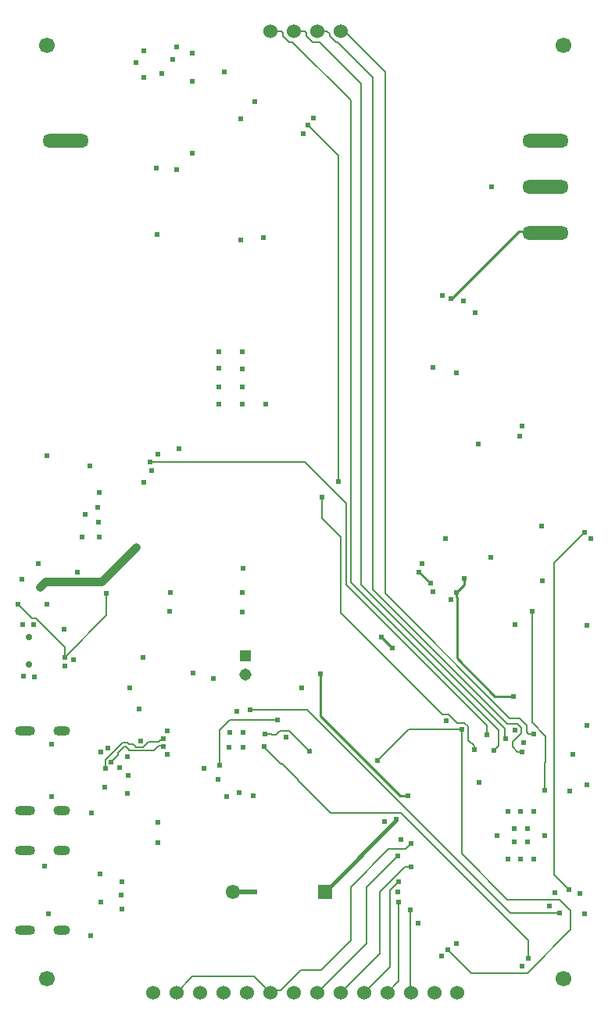
<source format=gbl>
G04*
G04 #@! TF.GenerationSoftware,Altium Limited,Altium Designer,25.4.2 (15)*
G04*
G04 Layer_Physical_Order=4*
G04 Layer_Color=16711680*
%FSLAX44Y44*%
%MOMM*%
G71*
G04*
G04 #@! TF.SameCoordinates,1E8D850E-D21C-4C0F-B5A5-9806772CD421*
G04*
G04*
G04 #@! TF.FilePolarity,Positive*
G04*
G01*
G75*
%ADD12C,0.1524*%
%ADD16C,0.2540*%
%ADD95C,1.5500*%
%ADD96R,1.5500X1.5500*%
G04:AMPARAMS|DCode=99|XSize=1mm|YSize=1.8mm|CornerRadius=0.5mm|HoleSize=0mm|Usage=FLASHONLY|Rotation=270.000|XOffset=0mm|YOffset=0mm|HoleType=Round|Shape=RoundedRectangle|*
%AMROUNDEDRECTD99*
21,1,1.0000,0.8000,0,0,270.0*
21,1,0.0000,1.8000,0,0,270.0*
1,1,1.0000,-0.4000,0.0000*
1,1,1.0000,-0.4000,0.0000*
1,1,1.0000,0.4000,0.0000*
1,1,1.0000,0.4000,0.0000*
%
%ADD99ROUNDEDRECTD99*%
G04:AMPARAMS|DCode=100|XSize=1mm|YSize=2.2mm|CornerRadius=0.5mm|HoleSize=0mm|Usage=FLASHONLY|Rotation=270.000|XOffset=0mm|YOffset=0mm|HoleType=Round|Shape=RoundedRectangle|*
%AMROUNDEDRECTD100*
21,1,1.0000,1.2000,0,0,270.0*
21,1,0.0000,2.2000,0,0,270.0*
1,1,1.0000,-0.6000,0.0000*
1,1,1.0000,-0.6000,0.0000*
1,1,1.0000,0.6000,0.0000*
1,1,1.0000,0.6000,0.0000*
%
%ADD100ROUNDEDRECTD100*%
%ADD102C,0.3810*%
%ADD103C,0.5080*%
%ADD104C,0.1532*%
%ADD108O,5.0000X1.5000*%
%ADD109C,1.5240*%
%ADD110C,1.7000*%
%ADD111R,1.3080X1.3080*%
%ADD112C,1.3080*%
%ADD113C,0.7000*%
%ADD114C,0.6096*%
%ADD116C,0.8890*%
D12*
X295632Y277868D02*
X297132D01*
X277750Y295750D02*
X278000Y295500D01*
X295632Y277868D01*
X297132D02*
X314139Y260861D01*
X361000Y441000D02*
X471142Y330858D01*
X477841D01*
X486922Y321777D01*
X494719D01*
X498736Y303264D02*
Y317760D01*
Y303264D02*
X505320Y296680D01*
Y293680D02*
Y296680D01*
X494719Y321777D02*
X498736Y317760D01*
X361000Y441000D02*
Y523000D01*
X505320Y293680D02*
X506000Y293000D01*
X396000Y466524D02*
Y1021000D01*
Y466524D02*
X541545Y320979D01*
X357811Y1059189D02*
X396000Y1021000D01*
X372000Y474000D02*
Y996000D01*
X305108Y1059189D02*
X308811D01*
X372000Y996000D01*
X355908Y1059189D02*
X357811D01*
X348989Y1066108D02*
X355908Y1059189D01*
X335400Y1071000D02*
X335439Y1070961D01*
X346039D02*
X348989Y1068011D01*
Y1066108D02*
Y1068011D01*
X335439Y1070961D02*
X346039D01*
X409000Y461785D02*
Y1027000D01*
X364030Y1071000D02*
X367519Y1067512D01*
X368488D02*
X409000Y1027000D01*
X360800Y1071000D02*
X364030D01*
X367519Y1067512D02*
X368488D01*
X383000Y471262D02*
X538603Y315659D01*
X383000Y471262D02*
Y1014476D01*
X338288Y1059189D02*
X383000Y1014476D01*
X409000Y461785D02*
X543964Y326821D01*
X554832D01*
X358000Y583000D02*
Y936000D01*
X325000Y969000D02*
X358000Y936000D01*
X324747Y336000D02*
X544747Y116000D01*
X598000D01*
X582000Y277981D02*
X583000Y278981D01*
X582000Y249000D02*
Y277981D01*
X583000Y278981D02*
Y307000D01*
X434919Y314919D02*
X491878D01*
X401000Y281000D02*
X434919Y314919D01*
X341000Y543000D02*
X361000Y523000D01*
X341000Y543000D02*
Y566000D01*
X568000Y322000D02*
Y443000D01*
Y322000D02*
X583000Y307000D01*
X541472Y130528D02*
X597814D01*
X491878Y180122D02*
X541472Y130528D01*
X491878Y180122D02*
Y314919D01*
X563000Y51000D02*
X610000Y98000D01*
Y118343D01*
X597814Y130528D02*
X610000Y118343D01*
X502177Y51000D02*
X563000D01*
X477192Y75984D02*
X502177Y51000D01*
X426142Y223858D02*
X563000Y87000D01*
X564000Y67000D02*
Y86000D01*
X563000Y87000D02*
Y87000D01*
Y87000D02*
X564000Y86000D01*
X592000Y157000D02*
Y495000D01*
Y157000D02*
X608000Y141000D01*
X592000Y495000D02*
X625000Y528000D01*
X322000Y604000D02*
X366539Y559461D01*
X154000Y604000D02*
X322000D01*
X366539Y471738D02*
Y559461D01*
X372000Y474000D02*
X532000Y314000D01*
Y297000D02*
Y314000D01*
X527000Y292000D02*
X532000Y297000D01*
X519000Y309000D02*
Y319277D01*
X366539Y471738D02*
X519000Y319277D01*
X349598Y223858D02*
X426142D01*
X107000Y438000D02*
Y462000D01*
X62000Y393000D02*
X107000Y438000D01*
X62000Y393000D02*
Y403699D01*
X30841Y434858D02*
X62000Y403699D01*
X26142Y434858D02*
X30841D01*
X11000Y450000D02*
X26142Y434858D01*
X314139Y259317D02*
Y260861D01*
X229722Y313722D02*
X241000Y325000D01*
X279000Y310000D02*
X279680Y309320D01*
X285723D02*
X286042Y309000D01*
X279680Y309320D02*
X285723D01*
X286042Y309000D02*
X290779D01*
X305000Y313000D02*
X327000Y291000D01*
X290779Y309000D02*
X294779Y313000D01*
X305000D01*
X229722Y275728D02*
Y313722D01*
X241000Y325000D02*
X292000D01*
X263000Y336000D02*
X324747D01*
X314139Y259317D02*
X349598Y223858D01*
X550274Y850312D02*
X550440D01*
X480000Y781000D02*
X480962D01*
X284600Y29600D02*
X287030Y32030D01*
X295547D01*
X317517Y54000D01*
X340000D01*
X372000Y86000D01*
Y144000D01*
X412858Y184858D01*
X430858D01*
X437000Y191000D01*
X389000Y144000D02*
X423000Y178000D01*
X389000Y83000D02*
Y144000D01*
X335600Y29600D02*
X389000Y83000D01*
X360800Y29600D02*
X403000Y71800D01*
Y138699D02*
X430142Y165841D01*
X403000Y71800D02*
Y138699D01*
X430142Y165841D02*
X436841D01*
X437000Y166000D01*
X386200Y29600D02*
X414000Y57400D01*
Y140000D02*
X424000Y150000D01*
X414000Y57400D02*
Y140000D01*
X411600Y29600D02*
X424000Y42000D01*
Y128000D01*
X436500Y30100D02*
Y118500D01*
Y30100D02*
X437000Y29600D01*
X436000Y119000D02*
X436500Y118500D01*
X554832Y326821D02*
X562494Y319158D01*
Y311934D02*
X564428Y310000D01*
X562494Y311934D02*
Y319158D01*
X564428Y310000D02*
X570000D01*
X541545Y320979D02*
X552412D01*
X330508Y1059189D02*
X338288D01*
X547239Y301329D02*
X556652Y310742D01*
X547239Y295761D02*
Y301329D01*
X552412Y320979D02*
X556652Y316739D01*
X556645Y290356D02*
X557000Y290000D01*
X547239Y295761D02*
X552645Y290356D01*
X556645D01*
X556652Y310742D02*
Y316739D01*
X540000Y305000D02*
Y305756D01*
X538603Y307153D02*
X540000Y305756D01*
X538603Y307153D02*
Y315659D01*
X323589Y1066108D02*
Y1069066D01*
X321655Y1071000D02*
X323589Y1069066D01*
X310000Y1071000D02*
X321655D01*
X323589Y1066108D02*
X330508Y1059189D01*
X298189Y1066108D02*
Y1069066D01*
X296255Y1071000D02*
X298189Y1069066D01*
X284600Y1071000D02*
X296255D01*
X298189Y1066108D02*
X305108Y1059189D01*
X267200Y47000D02*
X284600Y29600D01*
X200400Y47000D02*
X267200D01*
X183000Y29600D02*
X200400Y47000D01*
D16*
X486939Y391569D02*
Y457841D01*
Y391569D02*
X527828Y350680D01*
X486000Y463000D02*
X486680Y462320D01*
Y458099D02*
Y462320D01*
Y458099D02*
X486939Y457841D01*
X527828Y350680D02*
X547320D01*
X548000Y350000D01*
X405000Y415000D02*
X417000Y403000D01*
X339000Y328932D02*
Y375000D01*
Y328932D02*
X424932Y243000D01*
X434000D01*
X554128Y854000D02*
X575000D01*
X550440Y850312D02*
X554128Y854000D01*
X480962Y781000D02*
X550274Y850312D01*
X446000Y485000D02*
X458000Y473000D01*
X494320Y477320D02*
X495000Y478000D01*
X494320Y471320D02*
Y477320D01*
X486000Y463000D02*
X494320Y471320D01*
D95*
X244000Y139000D02*
D03*
D96*
X344000D02*
D03*
D99*
X58500Y226800D02*
D03*
Y313200D02*
D03*
Y96800D02*
D03*
Y183200D02*
D03*
D100*
X18500Y226800D02*
D03*
Y313200D02*
D03*
Y96800D02*
D03*
Y183200D02*
D03*
D102*
X420563Y216563D02*
X421000Y217000D01*
X420563Y215563D02*
Y216563D01*
X344000Y139000D02*
X420563Y215563D01*
D103*
X244000Y139000D02*
X268000D01*
D104*
X105706Y279869D02*
G03*
X106000Y276910I6294J-869D01*
G01*
X129686Y300072D02*
X131299Y299056D01*
X132568Y299056D01*
X123056D02*
X125045Y300072D01*
X106000Y282000D02*
X123056Y299056D01*
X105706Y279869D02*
X106000Y282000D01*
Y272000D02*
Y276910D01*
X136111Y299056D02*
X139021Y296146D01*
X132568Y299056D02*
X136111D01*
X125045Y300072D02*
X129686D01*
X112000Y279000D02*
X119802Y286802D01*
Y289071D01*
X126731Y296000D01*
X128000D02*
X132425Y291575D01*
X126731Y296000D02*
X128000D01*
X138521Y295646D02*
X146632D01*
X152251Y301266D02*
X164000D01*
X146632Y295646D02*
X152251Y301266D01*
X164000D02*
X166089Y303355D01*
X166302D02*
X167765Y304818D01*
X169000D01*
X166089Y303355D02*
X166302D01*
X131425Y291575D02*
X158380D01*
X163861Y297055D01*
X168127D01*
X169000Y296182D01*
D108*
X63000Y952000D02*
D03*
X583000Y852000D02*
D03*
Y902000D02*
D03*
Y952000D02*
D03*
D109*
X335400Y29600D02*
D03*
X310000D02*
D03*
X233800D02*
D03*
X259200D02*
D03*
X284600D02*
D03*
X486794D02*
D03*
X462400D02*
D03*
X386200D02*
D03*
X411600D02*
D03*
X437000D02*
D03*
X360800D02*
D03*
X208400D02*
D03*
X183000D02*
D03*
X157600D02*
D03*
X284600Y1071000D02*
D03*
X310000D02*
D03*
X335400D02*
D03*
X360800D02*
D03*
D110*
X42840Y1055600D02*
D03*
X602560D02*
D03*
X42840Y45000D02*
D03*
X602560D02*
D03*
D111*
X257500Y394000D02*
D03*
D112*
Y374000D02*
D03*
D113*
X23301Y385001D02*
D03*
Y415001D02*
D03*
D114*
X277750Y295750D02*
D03*
X254000Y723900D02*
D03*
Y704850D02*
D03*
Y685800D02*
D03*
X228600Y666750D02*
D03*
X254000D02*
D03*
X279400D02*
D03*
X228600Y685800D02*
D03*
X228656Y705570D02*
D03*
X228600Y723900D02*
D03*
X48000Y242000D02*
D03*
Y299000D02*
D03*
X120969Y273044D02*
D03*
X91000Y224000D02*
D03*
X108969Y294044D02*
D03*
X101000Y290000D02*
D03*
X112000Y279000D02*
D03*
X105000Y252000D02*
D03*
X106000Y272000D02*
D03*
X130000Y245000D02*
D03*
X130000Y285000D02*
D03*
X131000Y265000D02*
D03*
X15240Y477520D02*
D03*
X511000Y257000D02*
D03*
X558969Y300044D02*
D03*
X475000Y324000D02*
D03*
X448969Y494044D02*
D03*
X461000Y464000D02*
D03*
X632000Y521000D02*
D03*
X493969Y779044D02*
D03*
X470969Y785044D02*
D03*
X330969Y977044D02*
D03*
X319969Y960044D02*
D03*
X162969Y613044D02*
D03*
X155969Y595044D02*
D03*
X61969Y383044D02*
D03*
X70969Y390044D02*
D03*
X556969Y58044D02*
D03*
X587317Y123137D02*
D03*
X592969Y138044D02*
D03*
X620000Y137000D02*
D03*
X470000Y69000D02*
D03*
X486000Y83000D02*
D03*
X445000Y105000D02*
D03*
X423000Y139000D02*
D03*
X426000Y195000D02*
D03*
X408000Y215000D02*
D03*
X598000Y116000D02*
D03*
X612650Y287688D02*
D03*
X582000Y249000D02*
D03*
X35000Y469000D02*
D03*
X200000Y1047000D02*
D03*
X325000Y969000D02*
D03*
X461000Y707000D02*
D03*
X524000Y902000D02*
D03*
X555000Y632000D02*
D03*
X268000Y995000D02*
D03*
X235000Y1027000D02*
D03*
X609394Y247687D02*
D03*
X548000Y350000D02*
D03*
X405000Y415000D02*
D03*
X417000Y403000D02*
D03*
X277000Y847000D02*
D03*
X253000Y845000D02*
D03*
X173000Y288000D02*
D03*
Y313000D02*
D03*
X169000Y304818D02*
D03*
Y296182D02*
D03*
X101000Y127920D02*
D03*
X122774Y135508D02*
D03*
X401000Y281000D02*
D03*
X142219Y337092D02*
D03*
X163000Y192000D02*
D03*
X162899Y213883D02*
D03*
X255000Y489000D02*
D03*
X254548Y462503D02*
D03*
X253888Y442141D02*
D03*
X175190Y442911D02*
D03*
X175961Y462943D02*
D03*
X506000Y293000D02*
D03*
X341000Y566000D02*
D03*
X358000Y583000D02*
D03*
X200256Y1016668D02*
D03*
X167345Y1025251D02*
D03*
X148000Y1021000D02*
D03*
X139000Y1037000D02*
D03*
X148000Y1050000D02*
D03*
X179000Y1040000D02*
D03*
X183000Y1054000D02*
D03*
X253000Y976000D02*
D03*
X200003Y938919D02*
D03*
X183000Y921000D02*
D03*
X161000Y923000D02*
D03*
X162000Y851000D02*
D03*
X90000Y91000D02*
D03*
X228375Y260608D02*
D03*
X237000Y242000D02*
D03*
X266000Y243000D02*
D03*
X100000Y158000D02*
D03*
X434000Y243000D02*
D03*
X339000Y375000D02*
D03*
X223000Y370000D02*
D03*
X201000Y376000D02*
D03*
X147000Y393000D02*
D03*
X564000Y67000D02*
D03*
X477192Y75984D02*
D03*
X491878Y314919D02*
D03*
X474000Y521000D02*
D03*
X523273Y501363D02*
D03*
X608000Y141000D02*
D03*
X625000Y528000D02*
D03*
X186000Y619000D02*
D03*
X147656Y582468D02*
D03*
X519000Y309000D02*
D03*
X154000Y604000D02*
D03*
X43000Y611000D02*
D03*
X33000Y494000D02*
D03*
X139000Y512000D02*
D03*
X107000Y462000D02*
D03*
X62000Y393000D02*
D03*
X11000Y450000D02*
D03*
X43000D02*
D03*
X251000Y246000D02*
D03*
X240000Y295000D02*
D03*
X255000D02*
D03*
X241000Y311000D02*
D03*
X255000D02*
D03*
X279000Y310000D02*
D03*
X76000Y485000D02*
D03*
X29311Y371889D02*
D03*
X17000Y372000D02*
D03*
X28000Y428000D02*
D03*
X16407Y428273D02*
D03*
X61000Y423000D02*
D03*
X89000Y600000D02*
D03*
X99474Y571525D02*
D03*
X98000Y555000D02*
D03*
X98579Y539240D02*
D03*
X84000Y548000D02*
D03*
X99000Y523000D02*
D03*
X81000D02*
D03*
X132000Y360000D02*
D03*
X144000Y302000D02*
D03*
X124000Y120000D02*
D03*
X124176Y149958D02*
D03*
X44402Y114822D02*
D03*
X40000Y167000D02*
D03*
X263000Y336000D02*
D03*
X327000Y291000D02*
D03*
X248000Y334000D02*
D03*
X229722Y275728D02*
D03*
X292000Y325000D02*
D03*
X480000Y781000D02*
D03*
X568000Y443000D02*
D03*
X421000Y217000D02*
D03*
X437000Y191000D02*
D03*
X423000Y178000D02*
D03*
X437000Y166000D02*
D03*
X424000Y150000D02*
D03*
Y128000D02*
D03*
X436000Y119000D02*
D03*
X486000Y701000D02*
D03*
X458000Y473000D02*
D03*
X446000Y485000D02*
D03*
X527000Y292000D02*
D03*
X540000Y305000D02*
D03*
X557000Y290000D02*
D03*
X549413Y313740D02*
D03*
X570000Y310000D02*
D03*
X480081Y455000D02*
D03*
X570000Y226000D02*
D03*
X510000Y624000D02*
D03*
X495000Y478000D02*
D03*
X486000Y463000D02*
D03*
X579000Y476000D02*
D03*
X507000Y766000D02*
D03*
X557046Y643522D02*
D03*
X318932Y359696D02*
D03*
X301963Y305945D02*
D03*
X213000Y272000D02*
D03*
X268000Y139000D02*
D03*
X578227Y535286D02*
D03*
X628000Y427000D02*
D03*
X549661Y427938D02*
D03*
X627589Y319199D02*
D03*
X563000Y193000D02*
D03*
X549000D02*
D03*
Y207000D02*
D03*
X563000D02*
D03*
X570000Y174000D02*
D03*
X556000D02*
D03*
X542000D02*
D03*
X530000Y200000D02*
D03*
X582000D02*
D03*
X542000Y226000D02*
D03*
X556000D02*
D03*
X628000Y255000D02*
D03*
X625000Y115000D02*
D03*
D116*
X35000Y469000D02*
X40967Y474967D01*
X101967D01*
X139000Y512000D01*
M02*

</source>
